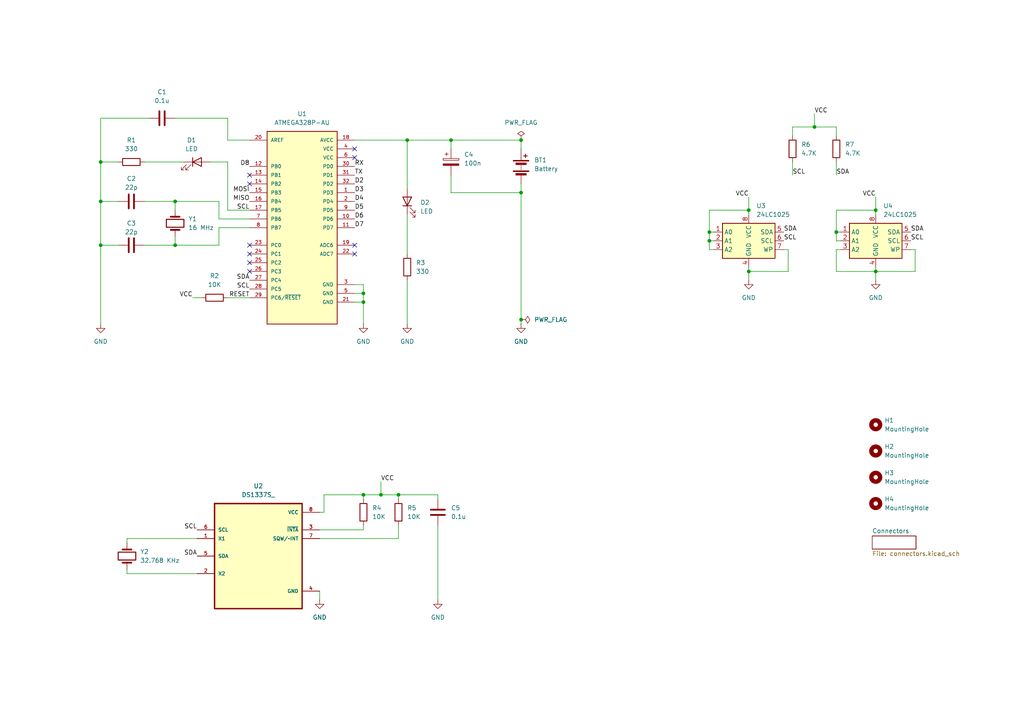
<source format=kicad_sch>
(kicad_sch (version 20231120) (generator "eeschema") (generator_version "8.0")
  (paper "A4")
  (title_block (title "${PROJECT_NAME}") (date "2025-01-27") (rev "1") (company "Jaime M. Villegas I.") (comment 1 "MCU Datalogger with 512KB EEPROM and Real-Time clock."))
  (lib_symbols
    (symbol "ATMEGA328P-AU:ATMEGA328P-AU" (pin_names (offset 1.016))
      (property "Reference" "U1" (at 0 33.02 0))
      (property "Value" "ATMEGA328P-AU" (at 0 30.48 0))
      (symbol "ATMEGA328P-AU_0_0"
        (rectangle (start -10.16 -27.94) (end 10.16 27.94) (stroke (width 0.254)) (fill (type background)))
        (pin bidirectional line (at 15.24 10.16 180) (length 5.08) (name "PD3") (number "1"))
        (pin bidirectional line (at 15.24 2.54 180) (length 5.08) (name "PD6") (number "10"))
        (pin bidirectional line (at 15.24 0 180) (length 5.08) (name "PD7") (number "11"))
        (pin bidirectional line (at -15.24 17.78 0) (length 5.08) (name "PB0") (number "12"))
        (pin bidirectional line (at -15.24 15.24 0) (length 5.08) (name "PB1") (number "13"))
        (pin bidirectional line (at -15.24 12.7 0) (length 5.08) (name "PB2") (number "14"))
        (pin bidirectional line (at -15.24 10.16 0) (length 5.08) (name "PB3") (number "15"))
        (pin bidirectional line (at -15.24 7.62 0) (length 5.08) (name "PB4") (number "16"))
        (pin bidirectional line (at -15.24 5.08 0) (length 5.08) (name "PB5") (number "17"))
        (pin power_in line (at 15.24 25.4 180) (length 5.08) (name "AVCC") (number "18"))
        (pin bidirectional line (at 15.24 -5.08 180) (length 5.08) (name "ADC6") (number "19"))
        (pin bidirectional line (at 15.24 7.62 180) (length 5.08) (name "PD4") (number "2"))
        (pin input line (at -15.24 25.4 0) (length 5.08) (name "AREF") (number "20"))
        (pin power_in line (at 15.24 -21.59 180) (length 5.08) (name "GND") (number "21"))
        (pin bidirectional line (at 15.24 -7.62 180) (length 5.08) (name "ADC7") (number "22"))
        (pin bidirectional line (at -15.24 -5.08 0) (length 5.08) (name "PC0") (number "23"))
        (pin bidirectional line (at -15.24 -7.62 0) (length 5.08) (name "PC1") (number "24"))
        (pin bidirectional line (at -15.24 -10.16 0) (length 5.08) (name "PC2") (number "25"))
        (pin bidirectional line (at -15.24 -12.7 0) (length 5.08) (name "PC3") (number "26"))
        (pin bidirectional line (at -15.24 -15.24 0) (length 5.08) (name "PC4") (number "27"))
        (pin bidirectional line (at -15.24 -17.78 0) (length 5.08) (name "PC5") (number "28"))
        (pin bidirectional line (at -15.24 -20.32 0) (length 5.08) (name "PC6/~{RESET}") (number "29"))
        (pin power_in line (at 15.24 -16.51 180) (length 5.08) (name "GND") (number "3"))
        (pin bidirectional line (at 15.24 17.78 180) (length 5.08) (name "PD0") (number "30"))
        (pin bidirectional line (at 15.24 15.24 180) (length 5.08) (name "PD1") (number "31"))
        (pin bidirectional line (at 15.24 12.7 180) (length 5.08) (name "PD2") (number "32"))
        (pin power_in line (at 15.24 22.86 180) (length 5.08) (name "VCC") (number "4"))
        (pin power_in line (at 15.24 -19.05 180) (length 5.08) (name "GND") (number "5"))
        (pin power_in line (at 15.24 20.32 180) (length 5.08) (name "VCC") (number "6"))
        (pin bidirectional line (at -15.24 2.54 0) (length 5.08) (name "PB6") (number "7"))
        (pin bidirectional line (at -15.24 0 0) (length 5.08) (name "PB7") (number "8"))
        (pin bidirectional line (at 15.24 5.08 180) (length 5.08) (name "PD5") (number "9"))
      )
    )
    (symbol "DS1337S_:DS1337S_" (pin_names (offset 1.016))
      (property "Reference" "U" (at -12.7 16.24 0))
      (property "Value" "DS1337S_" (at -12.7 -19.24 0))
      (symbol "DS1337S__0_0"
        (rectangle (start -12.7 -15.24) (end 12.7 15.24) (stroke (width 0.41)) (fill (type background)))
        (pin input line (at -17.78 5.08 0) (length 5.08) (name "X1") (number "1"))
        (pin bidirectional line (at -17.78 -5.08 0) (length 5.08) (name "X2") (number "2"))
        (pin output line (at 17.78 7.62 180) (length 5.08) (name "~{INTA}") (number "3"))
        (pin power_in line (at 17.78 -10.16 180) (length 5.08) (name "GND") (number "4"))
        (pin bidirectional line (at -17.78 0 0) (length 5.08) (name "SDA") (number "5"))
        (pin input line (at -17.78 7.62 0) (length 5.08) (name "SCL") (number "6"))
        (pin output line (at 17.78 5.08 180) (length 5.08) (name "SQW/~INT") (number "7"))
        (pin power_in line (at 17.78 12.7 180) (length 5.08) (name "VCC") (number "8"))
      )
    )
    (symbol "Device:Battery" (pin_numbers hide) (pin_names (offset 0) hide)
      (property "Reference" "BT" (at 2.54 2.54 0))
      (property "Value" "Battery" (at 2.54 0 0))
      (symbol "Battery_0_1"
        (rectangle (start -2.286 -1.27) (end 2.286 -1.524) (fill (type outline)))
        (rectangle (start -2.286 1.778) (end 2.286 1.524) (fill (type outline)))
        (rectangle (start -1.524 -2.032) (end 1.524 -2.54) (fill (type outline)))
        (rectangle (start -1.524 1.016) (end 1.524 0.508) (fill (type outline)))
        (polyline (pts (xy 0 -1.016) (xy 0 -0.762)))
        (polyline (pts (xy 0 -0.508) (xy 0 -0.254)))
        (polyline (pts (xy 0 0) (xy 0 0.254)))
        (polyline (pts (xy 0 1.778) (xy 0 2.54)))
        (polyline (pts (xy 0.762 3.048) (xy 1.778 3.048)) (stroke (width 0.254)))
        (polyline (pts (xy 1.27 3.556) (xy 1.27 2.54)) (stroke (width 0.254)))
      )
      (symbol "Battery_1_1"
        (pin passive line (at 0 5.08 270) (length 2.54) (name "+") (number "1"))
        (pin passive line (at 0 -5.08 90) (length 2.54) (name "-") (number "2"))
      )
    )
    (symbol "Device:C" (pin_numbers hide) (pin_names (offset 0.254))
      (property "Reference" "C" (at 0.635 2.54 0))
      (property "Value" "C" (at 0.635 -2.54 0))
      (symbol "C_0_1"
        (polyline (pts (xy -2.032 -0.762) (xy 2.032 -0.762)) (stroke (width 0.508)))
        (polyline (pts (xy -2.032 0.762) (xy 2.032 0.762)) (stroke (width 0.508)))
      )
      (symbol "C_1_1"
        (pin passive line (at 0 3.81 270) (length 2.794) (name "~") (number "1"))
        (pin passive line (at 0 -3.81 90) (length 2.794) (name "~") (number "2"))
      )
    )
    (symbol "Device:C_Polarized" (pin_numbers hide) (pin_names (offset 0.254))
      (property "Reference" "C" (at 0.635 2.54 0))
      (property "Value" "C_Polarized" (at 0.635 -2.54 0))
      (symbol "C_Polarized_0_1"
        (rectangle (start -2.286 0.508) (end 2.286 1.016))
        (polyline (pts (xy -1.778 2.286) (xy -0.762 2.286)))
        (polyline (pts (xy -1.27 2.794) (xy -1.27 1.778)))
        (rectangle (start 2.286 -0.508) (end -2.286 -1.016) (fill (type outline)))
      )
      (symbol "C_Polarized_1_1"
        (pin passive line (at 0 3.81 270) (length 2.794) (name "~") (number "1"))
        (pin passive line (at 0 -3.81 90) (length 2.794) (name "~") (number "2"))
      )
    )
    (symbol "Device:Crystal" (pin_numbers hide) (pin_names (offset 1.016) hide)
      (property "Reference" "Y" (at 0 3.81 0))
      (property "Value" "Crystal" (at 0 -3.81 0))
      (symbol "Crystal_0_1"
        (rectangle (start -1.143 2.54) (end 1.143 -2.54) (stroke (width 0.3048)))
        (polyline (pts (xy -2.54 0) (xy -1.905 0)))
        (polyline (pts (xy -1.905 -1.27) (xy -1.905 1.27)) (stroke (width 0.508)))
        (polyline (pts (xy 1.905 -1.27) (xy 1.905 1.27)) (stroke (width 0.508)))
        (polyline (pts (xy 2.54 0) (xy 1.905 0)))
      )
      (symbol "Crystal_1_1"
        (pin passive line (at -3.81 0 0) (length 1.27) (name "1") (number "1"))
        (pin passive line (at 3.81 0 180) (length 1.27) (name "2") (number "2"))
      )
    )
    (symbol "Device:LED" (pin_numbers hide) (pin_names (offset 1.016) hide)
      (property "Reference" "D" (at 0 2.54 0))
      (property "Value" "LED" (at 0 -2.54 0))
      (symbol "LED_0_1"
        (polyline (pts (xy -1.27 -1.27) (xy -1.27 1.27)) (stroke (width 0.254)))
        (polyline (pts (xy -1.27 0) (xy 1.27 0)))
        (polyline (pts (xy 1.27 -1.27) (xy 1.27 1.27) (xy -1.27 0) (xy 1.27 -1.27)) (stroke (width 0.254)))
        (polyline (pts (xy -3.048 -0.762) (xy -4.572 -2.286) (xy -3.81 -2.286) (xy -4.572 -2.286) (xy -4.572 -1.524)))
        (polyline (pts (xy -1.778 -0.762) (xy -3.302 -2.286) (xy -2.54 -2.286) (xy -3.302 -2.286) (xy -3.302 -1.524)))
      )
      (symbol "LED_1_1"
        (pin passive line (at -3.81 0 0) (length 2.54) (name "K") (number "1"))
        (pin passive line (at 3.81 0 180) (length 2.54) (name "A") (number "2"))
      )
    )
    (symbol "Device:R" (pin_numbers hide) (pin_names (offset 0))
      (property "Reference" "R" (at 2.032 0 90))
      (property "Value" "R" (at 0 0 90))
      (symbol "R_0_1"
        (rectangle (start -1.016 -2.54) (end 1.016 2.54) (stroke (width 0.254)))
      )
      (symbol "R_1_1"
        (pin passive line (at 0 3.81 270) (length 1.27) (name "~") (number "1"))
        (pin passive line (at 0 -3.81 90) (length 1.27) (name "~") (number "2"))
      )
    )
    (symbol "Mechanical:MountingHole" (pin_names (offset 1.016)) (exclude_from_sim yes) (in_bom no)
      (property "Reference" "H" (at 0 5.08 0))
      (property "Value" "MountingHole" (at 0 3.175 0))
      (symbol "MountingHole_0_1"
        (circle (center 0 0) (radius 1.27) (stroke (width 1.27)))
      )
    )
    (symbol "Memory_EEPROM:24LC1025"
      (property "Reference" "U" (at -6.35 6.35 0))
      (property "Value" "24LC1025" (at 1.27 6.35 0))
      (symbol "24LC1025_1_1"
        (rectangle (start -7.62 5.08) (end 7.62 -5.08) (stroke (width 0.254)) (fill (type background)))
        (pin input line (at -10.16 2.54 0) (length 2.54) (name "A0") (number "1"))
        (pin input line (at -10.16 0 0) (length 2.54) (name "A1") (number "2"))
        (pin input line (at -10.16 -2.54 0) (length 2.54) (name "A2") (number "3"))
        (pin power_in line (at 0 -7.62 90) (length 2.54) (name "GND") (number "4"))
        (pin bidirectional line (at 10.16 2.54 180) (length 2.54) (name "SDA") (number "5"))
        (pin input line (at 10.16 0 180) (length 2.54) (name "SCL") (number "6"))
        (pin input line (at 10.16 -2.54 180) (length 2.54) (name "WP") (number "7"))
        (pin power_in line (at 0 7.62 270) (length 2.54) (name "VCC") (number "8"))
      )
    )
    (symbol "power:GND" (power) (pin_numbers hide) (pin_names (offset 0) hide)
      (property "Value" "GND" (at 0 -3.81 0))
      (symbol "GND_0_1"
        (polyline (pts (xy 0 0) (xy 0 -1.27) (xy 1.27 -1.27) (xy 0 -2.54) (xy -1.27 -1.27) (xy 0 -1.27)))
      )
      (symbol "GND_1_1"
        (pin power_in line (at 0 0 270) (length 0) (name "~") (number "1"))
      )
    )
    (symbol "power:PWR_FLAG" (power) (pin_numbers hide) (pin_names (offset 0) hide)
      (property "Value" "PWR_FLAG" (at 0 3.81 0))
      (symbol "PWR_FLAG_0_0"
        (pin power_out line (at 0 0 90) (length 0) (name "~") (number "1"))
      )
      (symbol "PWR_FLAG_0_1"
        (polyline (pts (xy 0 0) (xy 0 1.27) (xy -1.016 1.905) (xy 0 2.54) (xy 1.016 1.905) (xy 0 1.27)))
      )
    )
  )
  (junction (at 151.13 40.64))
  (junction (at 110.49 143.51))
  (junction (at 217.17 78.74))
  (junction (at 151.13 55.88))
  (junction (at 50.8 71.12))
  (junction (at 29.21 58.42))
  (junction (at 29.21 71.12))
  (junction (at 242.57 67.31))
  (junction (at 130.81 40.64))
  (junction (at 105.41 85.09))
  (junction (at 50.8 58.42))
  (junction (at 205.74 67.31))
  (junction (at 115.57 143.51))
  (junction (at 205.74 69.85))
  (junction (at 217.17 60.96))
  (junction (at 236.22 36.83))
  (junction (at 29.21 46.99))
  (junction (at 118.11 40.64))
  (junction (at 254 78.74))
  (junction (at 105.41 87.63))
  (junction (at 105.41 143.51))
  (junction (at 254 60.96))
  (junction (at 151.13 92.71))
  (no_connect (at 102.87 73.66))
  (no_connect (at 102.87 43.18))
  (no_connect (at 102.87 71.12))
  (no_connect (at 72.39 71.12))
  (no_connect (at 72.39 50.8))
  (no_connect (at 72.39 53.34))
  (no_connect (at 72.39 78.74))
  (no_connect (at 102.87 45.72))
  (no_connect (at 72.39 76.2))
  (no_connect (at 72.39 73.66))
  (wire (pts (xy 265.43 72.39) (xy 265.43 78.74)))
  (wire (pts (xy 57.15 156.21) (xy 36.83 156.21)))
  (wire (pts (xy 50.8 68.58) (xy 50.8 71.12)))
  (wire (pts (xy 110.49 143.51) (xy 115.57 143.51)))
  (wire (pts (xy 242.57 72.39) (xy 242.57 78.74)))
  (wire (pts (xy 72.39 66.04) (xy 63.5 66.04)))
  (wire (pts (xy 41.91 46.99) (xy 53.34 46.99)))
  (wire (pts (xy 29.21 71.12) (xy 34.29 71.12)))
  (wire (pts (xy 130.81 40.64) (xy 130.81 43.18)))
  (wire (pts (xy 254 81.28) (xy 254 78.74)))
  (wire (pts (xy 43.18 34.29) (xy 29.21 34.29)))
  (wire (pts (xy 130.81 50.8) (xy 130.81 55.88)))
  (wire (pts (xy 115.57 143.51) (xy 115.57 144.78)))
  (wire (pts (xy 63.5 71.12) (xy 50.8 71.12)))
  (wire (pts (xy 102.87 87.63) (xy 105.41 87.63)))
  (wire (pts (xy 36.83 165.1) (xy 36.83 166.37)))
  (wire (pts (xy 242.57 67.31) (xy 242.57 60.96)))
  (wire (pts (xy 66.04 86.36) (xy 72.39 86.36)))
  (wire (pts (xy 72.39 60.96) (xy 66.04 60.96)))
  (wire (pts (xy 118.11 62.23) (xy 118.11 73.66)))
  (wire (pts (xy 93.98 143.51) (xy 105.41 143.51)))
  (wire (pts (xy 29.21 46.99) (xy 29.21 58.42)))
  (wire (pts (xy 229.87 36.83) (xy 236.22 36.83)))
  (wire (pts (xy 36.83 166.37) (xy 57.15 166.37)))
  (wire (pts (xy 50.8 58.42) (xy 50.8 60.96)))
  (wire (pts (xy 242.57 67.31) (xy 242.57 69.85)))
  (wire (pts (xy 242.57 60.96) (xy 254 60.96)))
  (wire (pts (xy 102.87 40.64) (xy 118.11 40.64)))
  (wire (pts (xy 217.17 78.74) (xy 217.17 77.47)))
  (wire (pts (xy 66.04 46.99) (xy 60.96 46.99)))
  (wire (pts (xy 151.13 92.71) (xy 151.13 93.98)))
  (wire (pts (xy 92.71 148.59) (xy 93.98 148.59)))
  (wire (pts (xy 254 78.74) (xy 265.43 78.74)))
  (wire (pts (xy 29.21 58.42) (xy 29.21 71.12)))
  (wire (pts (xy 115.57 152.4) (xy 115.57 156.21)))
  (wire (pts (xy 105.41 82.55) (xy 105.41 85.09)))
  (wire (pts (xy 217.17 57.15) (xy 217.17 60.96)))
  (wire (pts (xy 102.87 82.55) (xy 105.41 82.55)))
  (wire (pts (xy 207.01 69.85) (xy 205.74 69.85)))
  (wire (pts (xy 207.01 72.39) (xy 205.74 72.39)))
  (wire (pts (xy 254 78.74) (xy 254 77.47)))
  (wire (pts (xy 229.87 50.8) (xy 229.87 46.99)))
  (wire (pts (xy 130.81 55.88) (xy 151.13 55.88)))
  (wire (pts (xy 66.04 34.29) (xy 50.8 34.29)))
  (wire (pts (xy 217.17 81.28) (xy 217.17 78.74)))
  (wire (pts (xy 229.87 39.37) (xy 229.87 36.83)))
  (wire (pts (xy 151.13 55.88) (xy 151.13 92.71)))
  (wire (pts (xy 205.74 60.96) (xy 217.17 60.96)))
  (wire (pts (xy 217.17 60.96) (xy 217.17 62.23)))
  (wire (pts (xy 151.13 40.64) (xy 151.13 43.18)))
  (wire (pts (xy 72.39 40.64) (xy 66.04 40.64)))
  (wire (pts (xy 236.22 36.83) (xy 242.57 36.83)))
  (wire (pts (xy 41.91 71.12) (xy 50.8 71.12)))
  (wire (pts (xy 236.22 33.02) (xy 236.22 36.83)))
  (wire (pts (xy 265.43 72.39) (xy 264.16 72.39)))
  (wire (pts (xy 118.11 81.28) (xy 118.11 93.98)))
  (wire (pts (xy 228.6 72.39) (xy 228.6 78.74)))
  (wire (pts (xy 205.74 67.31) (xy 205.74 60.96)))
  (wire (pts (xy 207.01 67.31) (xy 205.74 67.31)))
  (wire (pts (xy 205.74 72.39) (xy 205.74 69.85)))
  (wire (pts (xy 151.13 55.88) (xy 151.13 53.34)))
  (wire (pts (xy 130.81 40.64) (xy 151.13 40.64)))
  (wire (pts (xy 55.88 86.36) (xy 58.42 86.36)))
  (wire (pts (xy 66.04 60.96) (xy 66.04 46.99)))
  (wire (pts (xy 242.57 36.83) (xy 242.57 39.37)))
  (wire (pts (xy 115.57 143.51) (xy 127 143.51)))
  (wire (pts (xy 228.6 78.74) (xy 217.17 78.74)))
  (wire (pts (xy 102.87 85.09) (xy 105.41 85.09)))
  (wire (pts (xy 105.41 87.63) (xy 105.41 93.98)))
  (wire (pts (xy 242.57 78.74) (xy 254 78.74)))
  (wire (pts (xy 127 143.51) (xy 127 144.78)))
  (wire (pts (xy 92.71 156.21) (xy 115.57 156.21)))
  (wire (pts (xy 36.83 156.21) (xy 36.83 157.48)))
  (wire (pts (xy 118.11 40.64) (xy 118.11 54.61)))
  (wire (pts (xy 242.57 72.39) (xy 243.84 72.39)))
  (wire (pts (xy 205.74 69.85) (xy 205.74 67.31)))
  (wire (pts (xy 127 152.4) (xy 127 173.99)))
  (wire (pts (xy 105.41 143.51) (xy 105.41 144.78)))
  (wire (pts (xy 63.5 63.5) (xy 63.5 58.42)))
  (wire (pts (xy 72.39 63.5) (xy 63.5 63.5)))
  (wire (pts (xy 254 60.96) (xy 254 62.23)))
  (wire (pts (xy 254 57.15) (xy 254 60.96)))
  (wire (pts (xy 63.5 58.42) (xy 50.8 58.42)))
  (wire (pts (xy 29.21 34.29) (xy 29.21 46.99)))
  (wire (pts (xy 34.29 58.42) (xy 29.21 58.42)))
  (wire (pts (xy 110.49 139.7) (xy 110.49 143.51)))
  (wire (pts (xy 228.6 72.39) (xy 227.33 72.39)))
  (wire (pts (xy 243.84 69.85) (xy 242.57 69.85)))
  (wire (pts (xy 63.5 66.04) (xy 63.5 71.12)))
  (wire (pts (xy 242.57 50.8) (xy 242.57 46.99)))
  (wire (pts (xy 29.21 71.12) (xy 29.21 93.98)))
  (wire (pts (xy 92.71 153.67) (xy 105.41 153.67)))
  (wire (pts (xy 105.41 85.09) (xy 105.41 87.63)))
  (wire (pts (xy 105.41 153.67) (xy 105.41 152.4)))
  (wire (pts (xy 118.11 40.64) (xy 130.81 40.64)))
  (wire (pts (xy 41.91 58.42) (xy 50.8 58.42)))
  (wire (pts (xy 105.41 143.51) (xy 110.49 143.51)))
  (wire (pts (xy 243.84 67.31) (xy 242.57 67.31)))
  (wire (pts (xy 93.98 148.59) (xy 93.98 143.51)))
  (wire (pts (xy 34.29 46.99) (xy 29.21 46.99)))
  (wire (pts (xy 66.04 40.64) (xy 66.04 34.29)))
  (wire (pts (xy 92.71 171.45) (xy 92.71 173.99)))
  (label "MOSI" (at 72.39 55.88 180))
  (label "VCC" (at 110.49 139.7 0))
  (label "SCL" (at 227.33 69.85 0))
  (label "D4" (at 102.87 58.42 0))
  (label "D5" (at 102.87 60.96 0))
  (label "SCL" (at 57.15 153.67 180))
  (label "RX" (at 102.87 48.26 0))
  (label "SCL" (at 229.87 50.8 0))
  (label "D2" (at 102.87 53.34 0))
  (label "SCL" (at 72.39 83.82 180))
  (label "VCC" (at 217.17 57.15 180))
  (label "SDA" (at 242.57 50.8 0))
  (label "D6" (at 102.87 63.5 0))
  (label "SDA" (at 72.39 81.28 180))
  (label "VCC" (at 55.88 86.36 180))
  (label "D8" (at 72.39 48.26 180))
  (label "SCL" (at 264.16 69.85 0))
  (label "RESET" (at 72.39 86.36 180))
  (label "MISO" (at 72.39 58.42 180))
  (label "D7" (at 102.87 66.04 0))
  (label "VCC" (at 254 57.15 180))
  (label "D3" (at 102.87 55.88 0))
  (label "SCL" (at 72.39 60.96 180))
  (label "SDA" (at 264.16 67.31 0))
  (label "TX" (at 102.87 50.8 0))
  (label "VCC" (at 236.22 33.02 0))
  (label "SDA" (at 57.15 161.29 180))
  (label "SDA" (at 227.33 67.31 0))
  (symbol (lib_id "power:GND") (at 29.21 93.98 0) (unit 1)
    (property "Reference" "#PWR08" (effects (hide yes)))
    (property "Value" "GND" (at 29.21 99.06 0))
    (property "Description" "Power symbol creates a global label with name \"GND\" , ground" (effects (hide yes)))
  )
  (symbol (lib_id "power:GND") (at 127 173.99 0) (unit 1)
    (property "Reference" "#PWR02" (effects (hide yes)))
    (property "Value" "GND" (at 127 179.07 0))
    (property "Description" "Power symbol creates a global label with name \"GND\" , ground" (effects (hide yes)))
  )
  (symbol (lib_id "Mechanical:MountingHole") (at 254 138.43 0) (unit 1) (exclude_from_sim yes) (in_bom no)
    (property "Reference" "H3" (at 256.54 137.1599 0) (effects (justify left)))
    (property "Value" "MountingHole" (at 256.54 139.6999 0) (effects (justify left)))
    (property "Footprint" "MountingHole:MountingHole_2.1mm" (effects (hide yes)))
    (property "Description" "Mounting Hole without connection" (effects (hide yes)))
  )
  (symbol (lib_id "Mechanical:MountingHole") (at 254 123.19 0) (unit 1) (exclude_from_sim yes) (in_bom no)
    (property "Reference" "H1" (at 256.54 121.9199 0) (effects (justify left)))
    (property "Value" "MountingHole" (at 256.54 124.4599 0) (effects (justify left)))
    (property "Footprint" "MountingHole:MountingHole_2.1mm" (effects (hide yes)))
    (property "Description" "Mounting Hole without connection" (effects (hide yes)))
  )
  (symbol (lib_id "power:GND") (at 105.41 93.98 0) (unit 1)
    (property "Reference" "#PWR05" (effects (hide yes)))
    (property "Value" "GND" (at 105.41 99.06 0))
    (property "Description" "Power symbol creates a global label with name \"GND\" , ground" (effects (hide yes)))
  )
  (symbol (lib_id "Device:C") (at 38.1 58.42 90) (unit 1)
    (property "Reference" "C2" (at 38.1 51.816 90))
    (property "Value" "22p" (at 38.1 54.356 90))
    (property "Footprint" "Capacitor_SMD:C_0805_2012Metric" (effects (hide yes)))
    (property "Description" "Unpolarized capacitor" (effects (hide yes)))
  )
  (symbol (lib_id "power:GND") (at 118.11 93.98 0) (unit 1)
    (property "Reference" "#PWR06" (effects (hide yes)))
    (property "Value" "GND" (at 118.11 99.06 0))
    (property "Description" "Power symbol creates a global label with name \"GND\" , ground" (effects (hide yes)))
  )
  (symbol (lib_id "power:PWR_FLAG") (at 151.13 92.71 270) (unit 1)
    (property "Reference" "#FLG02" (effects (hide yes)))
    (property "Value" "PWR_FLAG" (at 154.94 92.7099 90) (effects (justify left)))
    (property "Description" "Special symbol for telling ERC where power comes from" (effects (hide yes)))
  )
  (symbol (lib_id "Device:C_Polarized") (at 130.81 46.99 0) (unit 1)
    (property "Reference" "C4" (at 134.62 44.8309 0) (effects (justify left)))
    (property "Value" "100n" (at 134.62 47.3709 0) (effects (justify left)))
    (property "Footprint" "Capacitor_SMD:C_0805_2012Metric" (effects (hide yes)))
    (property "Description" "Polarized capacitor" (effects (hide yes)))
  )
  (symbol (lib_id "Mechanical:MountingHole") (at 254 130.81 0) (unit 1) (exclude_from_sim yes) (in_bom no)
    (property "Reference" "H2" (at 256.54 129.5399 0) (effects (justify left)))
    (property "Value" "MountingHole" (at 256.54 132.0799 0) (effects (justify left)))
    (property "Footprint" "MountingHole:MountingHole_2.1mm" (effects (hide yes)))
    (property "Description" "Mounting Hole without connection" (effects (hide yes)))
  )
  (symbol (lib_id "Mechanical:MountingHole") (at 254 146.05 0) (unit 1) (exclude_from_sim yes) (in_bom no)
    (property "Reference" "H4" (at 256.54 144.7799 0) (effects (justify left)))
    (property "Value" "MountingHole" (at 256.54 147.3199 0) (effects (justify left)))
    (property "Footprint" "MountingHole:MountingHole_2.1mm" (effects (hide yes)))
    (property "Description" "Mounting Hole without connection" (effects (hide yes)))
  )
  (symbol (lib_id "ATMEGA328P-AU:ATMEGA328P-AU") (at 87.63 66.04 0) (unit 1)
    (property "Reference" "U1" (at 87.63 33.02 0))
    (property "Value" "ATMEGA328P-AU" (at 87.63 35.56 0))
    (property "Footprint" "ATMEGA328P-AU:QFP80P900X900X120-32N" (effects (hide yes)))
    (property "MF" "MICROCHIP TECH." (effects (hide yes)))
    (property "MAXIMUM_PACKAGE_HEIGHT" "1.20mm" (effects (hide yes)))
    (property "Package" "TQFP-32 Microchip" (effects (hide yes)))
    (property "Price" "None" (effects (hide yes)))
    (property "Check_prices" "https://www.snapeda.com/parts/ATMEGA328P-AU/Microchip/view-part/?ref=eda" (effects (hide yes)))
    (property "STANDARD" "IPC-7351B" (effects (hide yes)))
    (property "PARTREV" "8271A" (effects (hide yes)))
    (property "SnapEDA_Link" "https://www.snapeda.com/parts/ATMEGA328P-AU/Microchip/view-part/?ref=snap" (effects (hide yes)))
    (property "MP" "ATMEGA328P-AU" (effects (hide yes)))
    (property "Description_1" "\n                        \n                            MCU 8-bit - AVR ATmega Family ATmega328 Series Microcontrollers - 20 MHz - 32 KB - 2 KB - 32 Pins.\n                        \n" (effects (hide yes)))
    (property "Availability" "In Stock" (effects (hide yes)))
    (property "MANUFACTURER" "Microchip" (effects (hide yes)))
  )
  (symbol (lib_id "Device:R") (at 105.41 148.59 0) (unit 1)
    (property "Reference" "R4" (at 107.95 147.3199 0) (effects (justify left)))
    (property "Value" "10K" (at 107.95 149.8599 0) (effects (justify left)))
    (property "Footprint" "Resistor_SMD:R_0805_2012Metric" (effects (hide yes)))
    (property "Description" "Resistor" (effects (hide yes)))
  )
  (symbol (lib_id "Device:R") (at 118.11 77.47 0) (unit 1)
    (property "Reference" "R3" (at 120.65 76.1999 0) (effects (justify left)))
    (property "Value" "330" (at 120.65 78.7399 0) (effects (justify left)))
    (property "Footprint" "Resistor_SMD:R_0805_2012Metric" (effects (hide yes)))
    (property "Description" "Resistor" (effects (hide yes)))
  )
  (symbol (lib_id "Device:R") (at 62.23 86.36 90) (unit 1)
    (property "Reference" "R2" (at 62.23 80.01 90))
    (property "Value" "10K" (at 62.23 82.55 90))
    (property "Footprint" "Resistor_SMD:R_0805_2012Metric" (effects (hide yes)))
    (property "Description" "Resistor" (effects (hide yes)))
  )
  (symbol (lib_id "Device:C") (at 127 148.59 0) (unit 1)
    (property "Reference" "C5" (at 130.81 147.3199 0) (effects (justify left)))
    (property "Value" "0.1u" (at 130.81 149.8599 0) (effects (justify left)))
    (property "Footprint" "Capacitor_SMD:C_0805_2012Metric" (effects (hide yes)))
    (property "Description" "Unpolarized capacitor" (effects (hide yes)))
  )
  (symbol (lib_id "power:GND") (at 217.17 81.28 0) (unit 1)
    (property "Reference" "#PWR03" (effects (hide yes)))
    (property "Value" "GND" (at 217.17 86.36 0))
    (property "Description" "Power symbol creates a global label with name \"GND\" , ground" (effects (hide yes)))
  )
  (symbol (lib_id "Device:Battery") (at 151.13 48.26 0) (unit 1)
    (property "Reference" "BT1" (at 154.94 46.4184 0) (effects (justify left)))
    (property "Value" "Battery" (at 154.94 48.9584 0) (effects (justify left)))
    (property "Footprint" "Connector_PinHeader_2.54mm:PinHeader_1x02_P2.54mm_Vertical" (effects (hide yes)))
    (property "Description" "Multiple-cell battery" (effects (hide yes)))
  )
  (symbol (lib_id "power:GND") (at 254 81.28 0) (unit 1)
    (property "Reference" "#PWR04" (effects (hide yes)))
    (property "Value" "GND" (at 254 86.36 0))
    (property "Description" "Power symbol creates a global label with name \"GND\" , ground" (effects (hide yes)))
  )
  (symbol (lib_id "Memory_EEPROM:24LC1025") (at 254 69.85 0) (unit 1)
    (property "Reference" "U4" (at 256.1941 59.69 0) (effects (justify left)))
    (property "Value" "24LC1025" (at 256.1941 62.23 0) (effects (justify left)))
    (property "Footprint" "Package_SO:SOIC-8_5.23x5.23mm_P1.27mm" (effects (hide yes)))
    (property "Datasheet" "http://ww1.microchip.com/downloads/en/DeviceDoc/21941B.pdf" (effects (hide yes)))
    (property "Description" "I2C Serial EEPROM, 1024Kb, DIP-8/SOIC-8/TSSOP-8/DFN-8" (effects (hide yes)))
  )
  (symbol (lib_id "power:PWR_FLAG") (at 151.13 40.64 0) (unit 1)
    (property "Reference" "#FLG01" (effects (hide yes)))
    (property "Value" "PWR_FLAG" (at 151.13 35.56 0))
    (property "Description" "Special symbol for telling ERC where power comes from" (effects (hide yes)))
  )
  (symbol (lib_id "Device:R") (at 242.57 43.18 0) (unit 1)
    (property "Reference" "R7" (at 245.11 41.9099 0) (effects (justify left)))
    (property "Value" "4.7K" (at 245.11 44.4499 0) (effects (justify left)))
    (property "Footprint" "Resistor_SMD:R_0805_2012Metric" (effects (hide yes)))
    (property "Description" "Resistor" (effects (hide yes)))
  )
  (symbol (lib_id "Device:Crystal") (at 50.8 64.77 90) (unit 1)
    (property "Reference" "Y1" (at 54.61 63.4999 90) (effects (justify right)))
    (property "Value" "16 MHz" (at 54.61 66.0399 90) (effects (justify right)))
    (property "Footprint" "Crystal:Crystal_SMD_5032-2Pin_5.0x3.2mm_HandSoldering" (effects (hide yes)))
    (property "Description" "Two pin crystal" (effects (hide yes)))
  )
  (symbol (lib_id "Device:LED") (at 118.11 58.42 90) (unit 1)
    (property "Reference" "D2" (at 121.92 58.7374 90) (effects (justify right)))
    (property "Value" "LED" (at 121.92 61.2774 90) (effects (justify right)))
    (property "Footprint" "LED_SMD:LED_0805_2012Metric" (effects (hide yes)))
    (property "Description" "Light emitting diode" (effects (hide yes)))
  )
  (symbol (lib_id "Device:LED") (at 57.15 46.99 0) (unit 1)
    (property "Reference" "D1" (at 55.5625 40.64 0))
    (property "Value" "LED" (at 55.5625 43.18 0))
    (property "Footprint" "LED_SMD:LED_0805_2012Metric" (effects (hide yes)))
    (property "Description" "Light emitting diode" (effects (hide yes)))
  )
  (symbol (lib_id "Device:R") (at 229.87 43.18 0) (unit 1)
    (property "Reference" "R6" (at 232.41 41.9099 0) (effects (justify left)))
    (property "Value" "4.7K" (at 232.41 44.4499 0) (effects (justify left)))
    (property "Footprint" "Resistor_SMD:R_0805_2012Metric" (effects (hide yes)))
    (property "Description" "Resistor" (effects (hide yes)))
  )
  (symbol (lib_id "Device:C") (at 38.1 71.12 90) (unit 1)
    (property "Reference" "C3" (at 38.1 64.77 90))
    (property "Value" "22p" (at 38.1 67.31 90))
    (property "Footprint" "Capacitor_SMD:C_0805_2012Metric" (effects (hide yes)))
    (property "Description" "Unpolarized capacitor" (effects (hide yes)))
  )
  (symbol (lib_id "power:GND") (at 92.71 173.99 0) (unit 1)
    (property "Reference" "#PWR01" (effects (hide yes)))
    (property "Value" "GND" (at 92.71 179.07 0))
    (property "Description" "Power symbol creates a global label with name \"GND\" , ground" (effects (hide yes)))
  )
  (symbol (lib_id "Memory_EEPROM:24LC1025") (at 217.17 69.85 0) (unit 1)
    (property "Reference" "U3" (at 219.3641 59.69 0) (effects (justify left)))
    (property "Value" "24LC1025" (at 219.3641 62.23 0) (effects (justify left)))
    (property "Footprint" "Package_SO:SOIC-8_5.23x5.23mm_P1.27mm" (effects (hide yes)))
    (property "Datasheet" "http://ww1.microchip.com/downloads/en/DeviceDoc/21941B.pdf" (effects (hide yes)))
    (property "Description" "I2C Serial EEPROM, 1024Kb, DIP-8/SOIC-8/TSSOP-8/DFN-8" (effects (hide yes)))
  )
  (symbol (lib_id "DS1337S_:DS1337S_") (at 74.93 161.29 0) (unit 1)
    (property "Reference" "U2" (at 74.93 140.97 0))
    (property "Value" "DS1337S_" (at 74.93 143.51 0))
    (property "Footprint" "DS1337S_:SOIC127P600X175-8N" (effects (hide yes)))
    (property "MF" "Analog Devices" (effects (hide yes)))
    (property "Description_1" "\n                        \n                            I²C Serial Real-Time Clock\n                        \n" (effects (hide yes)))
    (property "Package" "SOIC-8 Maxim" (effects (hide yes)))
    (property "Price" "None" (effects (hide yes)))
    (property "SnapEDA_Link" "https://www.snapeda.com/parts/DS1337S+/Analog+Devices/view-part/?ref=snap" (effects (hide yes)))
    (property "MP" "DS1337S+" (effects (hide yes)))
    (property "Availability" "In Stock" (effects (hide yes)))
    (property "Check_prices" "https://www.snapeda.com/parts/DS1337S+/Analog+Devices/view-part/?ref=eda" (effects (hide yes)))
  )
  (symbol (lib_id "power:GND") (at 151.13 93.98 0) (unit 1)
    (property "Reference" "#PWR07" (effects (hide yes)))
    (property "Value" "GND" (at 151.13 99.06 0))
    (property "Description" "Power symbol creates a global label with name \"GND\" , ground" (effects (hide yes)))
  )
  (symbol (lib_id "Device:R") (at 38.1 46.99 90) (unit 1)
    (property "Reference" "R1" (at 38.1 40.64 90))
    (property "Value" "330" (at 38.1 43.18 90))
    (property "Footprint" "Resistor_SMD:R_0805_2012Metric" (effects (hide yes)))
    (property "Description" "Resistor" (effects (hide yes)))
  )
  (symbol (lib_id "Device:R") (at 115.57 148.59 0) (unit 1)
    (property "Reference" "R5" (at 118.11 147.3199 0) (effects (justify left)))
    (property "Value" "10K" (at 118.11 149.8599 0) (effects (justify left)))
    (property "Footprint" "Resistor_SMD:R_0805_2012Metric" (effects (hide yes)))
    (property "Description" "Resistor" (effects (hide yes)))
  )
  (symbol (lib_id "Device:Crystal") (at 36.83 161.29 90) (unit 1)
    (property "Reference" "Y2" (at 40.64 160.0199 90) (effects (justify right)))
    (property "Value" "32.768 KHz" (at 40.64 162.5599 90) (effects (justify right)))
    (property "Footprint" "Crystal:Crystal_SMD_5032-2Pin_5.0x3.2mm_HandSoldering" (effects (hide yes)))
    (property "Description" "Two pin crystal" (effects (hide yes)))
  )
  (symbol (lib_id "Device:C") (at 46.99 34.29 90) (unit 1)
    (property "Reference" "C1" (at 46.99 26.67 90))
    (property "Value" "0.1u" (at 46.99 29.21 90))
    (property "Footprint" "Capacitor_SMD:C_0805_2012Metric" (effects (hide yes)))
    (property "Description" "Unpolarized capacitor" (effects (hide yes)))
  )
  (sheet (at 252.984 155.448) (size 12.7 3.81) (stroke (width 0.1524))
    (property "Sheetname" "Connectors" (at 252.984 154.7364 0) (effects (justify left bottom)))
    (property "Sheetfile" "connectors.kicad_sch" (at 252.984 159.8426 0) (effects (justify left top)))
  )
)
</source>
